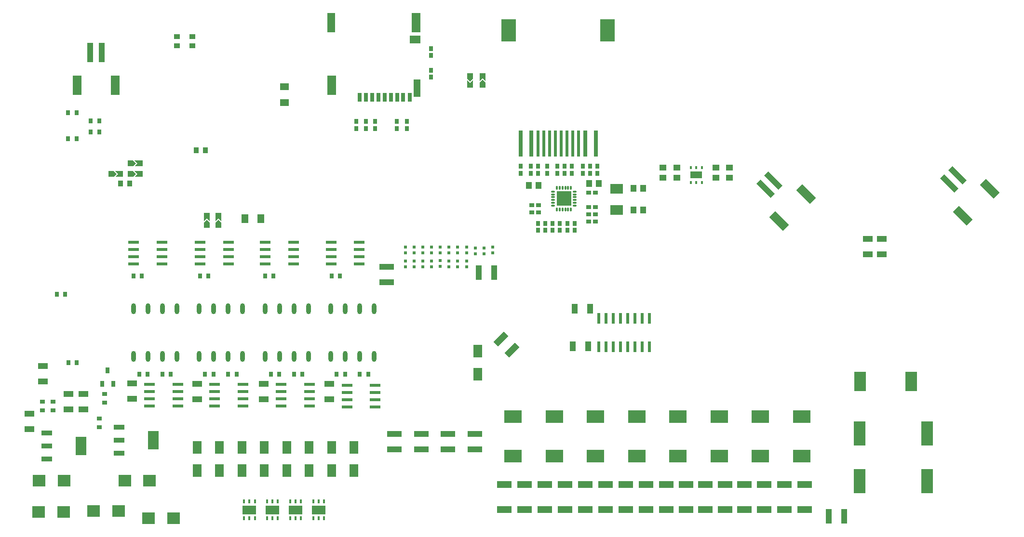
<source format=gbp>
G04*
G04 #@! TF.GenerationSoftware,Altium Limited,Altium Designer,19.1.5 (86)*
G04*
G04 Layer_Color=128*
%FSLAX25Y25*%
%MOIN*%
G70*
G01*
G75*
%ADD26R,0.03787X0.03000*%
%ADD27R,0.03000X0.03787*%
%ADD28R,0.04000X0.03200*%
%ADD30R,0.03200X0.04000*%
%ADD31R,0.04331X0.10236*%
%ADD41R,0.01968X0.02362*%
%ADD44R,0.03543X0.03937*%
%ADD61R,0.10236X0.04331*%
%ADD62R,0.12402X0.08858*%
%ADD63R,0.09449X0.06299*%
%ADD64R,0.01772X0.02953*%
%ADD66R,0.06693X0.04331*%
%ADD68R,0.04331X0.06693*%
%ADD70R,0.02756X0.03543*%
%ADD71R,0.04331X0.04724*%
%ADD72R,0.03937X0.03543*%
%ADD73R,0.03543X0.02756*%
%ADD74R,0.10236X0.04724*%
%ADD76R,0.02323X0.07756*%
%ADD77R,0.09055X0.08465*%
%ADD78O,0.03347X0.07480*%
%ADD184R,0.03937X0.13780*%
%ADD185R,0.05906X0.13386*%
G04:AMPARAMS|DCode=186|XSize=137.8mil|YSize=39.37mil|CornerRadius=0mil|HoleSize=0mil|Usage=FLASHONLY|Rotation=315.000|XOffset=0mil|YOffset=0mil|HoleType=Round|Shape=Rectangle|*
%AMROTATEDRECTD186*
4,1,4,-0.06264,0.03480,-0.03480,0.06264,0.06264,-0.03480,0.03480,-0.06264,-0.06264,0.03480,0.0*
%
%ADD186ROTATEDRECTD186*%

G04:AMPARAMS|DCode=187|XSize=133.86mil|YSize=59.06mil|CornerRadius=0mil|HoleSize=0mil|Usage=FLASHONLY|Rotation=315.000|XOffset=0mil|YOffset=0mil|HoleType=Round|Shape=Rectangle|*
%AMROTATEDRECTD187*
4,1,4,-0.06821,0.02645,-0.02645,0.06821,0.06821,-0.02645,0.02645,-0.06821,-0.06821,0.02645,0.0*
%
%ADD187ROTATEDRECTD187*%

%ADD188O,0.01102X0.02717*%
%ADD189R,0.02362X0.18110*%
%ADD190R,0.06102X0.08661*%
%ADD191R,0.07677X0.03543*%
%ADD192R,0.07677X0.12598*%
%ADD193R,0.07756X0.02244*%
%ADD194R,0.01772X0.01968*%
%ADD195R,0.07874X0.04724*%
%ADD196R,0.02756X0.03937*%
%ADD197R,0.05000X0.06000*%
%ADD198R,0.07677X0.05512*%
%ADD199R,0.05906X0.13780*%
%ADD200R,0.05512X0.13780*%
%ADD201R,0.06299X0.13780*%
%ADD202R,0.04724X0.12205*%
%ADD203R,0.03150X0.06299*%
%ADD204R,0.09843X0.15354*%
%ADD205R,0.03150X0.18110*%
%ADD206O,0.02717X0.01102*%
%ADD207R,0.09843X0.09843*%
%ADD208R,0.08661X0.07087*%
%ADD209R,0.08465X0.16929*%
%ADD210R,0.07874X0.13780*%
%ADD211R,0.04724X0.04331*%
%ADD212R,0.06000X0.05000*%
G04:AMPARAMS|DCode=213|XSize=102.36mil|YSize=43.31mil|CornerRadius=0mil|HoleSize=0mil|Usage=FLASHONLY|Rotation=225.000|XOffset=0mil|YOffset=0mil|HoleType=Round|Shape=Rectangle|*
%AMROTATEDRECTD213*
4,1,4,0.02088,0.05150,0.05150,0.02088,-0.02088,-0.05150,-0.05150,-0.02088,0.02088,0.05150,0.0*
%
%ADD213ROTATEDRECTD213*%

G36*
X84125Y300000D02*
Y298000D01*
X81125D01*
X83125Y300000D01*
X81125Y302000D01*
X84125D01*
Y300000D01*
D02*
G37*
G36*
X82125D02*
X80125Y298000D01*
X79125D01*
Y302000D01*
X80125D01*
X82125Y300000D01*
D02*
G37*
G36*
X84125Y292500D02*
Y290500D01*
X81125D01*
X83125Y292500D01*
X81125Y294500D01*
X84125D01*
Y292500D01*
D02*
G37*
G36*
X82125D02*
X80125Y290500D01*
X79125D01*
Y294500D01*
X80125D01*
X82125Y292500D01*
D02*
G37*
G36*
X70625D02*
Y290500D01*
X67625D01*
X69625Y292500D01*
X67625Y294500D01*
X70625D01*
Y292500D01*
D02*
G37*
G36*
X68625D02*
X66625Y290500D01*
X65625D01*
Y294500D01*
X66625D01*
X68625Y292500D01*
D02*
G37*
G36*
X133000Y260125D02*
X131000Y262125D01*
X129000Y260125D01*
Y263125D01*
X133000D01*
Y260125D01*
D02*
G37*
G36*
Y259125D02*
Y258125D01*
X129000D01*
Y259125D01*
X131000Y261125D01*
X133000Y259125D01*
D02*
G37*
G36*
X323867Y357025D02*
X321867Y359025D01*
X319867Y357025D01*
Y360025D01*
X323867D01*
Y357025D01*
D02*
G37*
G36*
X315200Y358775D02*
X313200Y356775D01*
X311200Y358775D01*
Y359775D01*
X315200D01*
Y358775D01*
D02*
G37*
G36*
Y354775D02*
X311200D01*
Y357775D01*
X313200Y355775D01*
X315200Y357775D01*
Y354775D01*
D02*
G37*
G36*
X323867Y356025D02*
Y355025D01*
X319867D01*
Y356025D01*
X321867Y358025D01*
X323867Y356025D01*
D02*
G37*
G36*
X382646Y276307D02*
X378709D01*
Y280244D01*
X382646D01*
Y276307D01*
D02*
G37*
G36*
X377134D02*
X373197D01*
Y280244D01*
X377134D01*
Y276307D01*
D02*
G37*
G36*
X382646Y270795D02*
X378709D01*
Y274732D01*
X382646D01*
Y270795D01*
D02*
G37*
G36*
X377134D02*
X373197D01*
Y274732D01*
X377134D01*
Y270795D01*
D02*
G37*
G36*
X141000Y260125D02*
X139000Y262125D01*
X137000Y260125D01*
Y263125D01*
X141000D01*
Y260125D01*
D02*
G37*
G36*
Y259125D02*
Y258125D01*
X137000D01*
Y259125D01*
X139000Y261125D01*
X141000Y259125D01*
D02*
G37*
D26*
X360362Y271000D02*
D03*
X355638D02*
D03*
X360362Y266000D02*
D03*
X355638D02*
D03*
X399862Y279500D02*
D03*
X395138D02*
D03*
X399862Y269500D02*
D03*
X395138D02*
D03*
X395138Y264500D02*
D03*
X399862D02*
D03*
X395138Y259500D02*
D03*
X399862D02*
D03*
D27*
X366500Y293138D02*
D03*
X373500D02*
D03*
X383500Y297862D02*
D03*
X391000D02*
D03*
X401000D02*
D03*
Y293138D02*
D03*
X286000Y379362D02*
D03*
Y374638D02*
D03*
Y359638D02*
D03*
Y364362D02*
D03*
X396000Y293138D02*
D03*
Y297862D02*
D03*
X391000Y293138D02*
D03*
X383500D02*
D03*
X378500D02*
D03*
Y297862D02*
D03*
X373500Y297862D02*
D03*
X366500D02*
D03*
X360000Y293138D02*
D03*
Y297862D02*
D03*
X355000Y293138D02*
D03*
Y297862D02*
D03*
X348000Y293138D02*
D03*
Y297862D02*
D03*
X385500Y258362D02*
D03*
Y253638D02*
D03*
X380500Y258362D02*
D03*
Y253638D02*
D03*
X375000Y253638D02*
D03*
Y258362D02*
D03*
X370000Y258362D02*
D03*
Y253638D02*
D03*
X365000Y258362D02*
D03*
Y253638D02*
D03*
X360000Y258362D02*
D03*
Y253638D02*
D03*
X234500Y324138D02*
D03*
Y328862D02*
D03*
X247500D02*
D03*
Y324138D02*
D03*
X269500Y328862D02*
D03*
Y324138D02*
D03*
X262500Y328862D02*
D03*
Y324138D02*
D03*
X241000Y328862D02*
D03*
Y324138D02*
D03*
D28*
X313200Y360775D02*
D03*
Y354025D02*
D03*
X321867D02*
D03*
Y360775D02*
D03*
X131000Y257125D02*
D03*
Y263875D02*
D03*
X139000Y257125D02*
D03*
Y263875D02*
D03*
D30*
X64625Y292500D02*
D03*
X71375D02*
D03*
X78125D02*
D03*
X84875D02*
D03*
X78125Y300000D02*
D03*
X84875D02*
D03*
D31*
X561185Y55500D02*
D03*
X571815D02*
D03*
X329565Y224417D02*
D03*
X318935D02*
D03*
D41*
X316750Y237449D02*
D03*
Y241386D02*
D03*
X322750Y237449D02*
D03*
Y241386D02*
D03*
X310750Y228480D02*
D03*
Y232417D02*
D03*
X304250Y228449D02*
D03*
Y232386D02*
D03*
X298250Y228480D02*
D03*
Y232417D02*
D03*
X292250Y228715D02*
D03*
Y232652D02*
D03*
X286250Y228449D02*
D03*
Y232386D02*
D03*
X280250D02*
D03*
Y228449D02*
D03*
X274250Y232417D02*
D03*
Y228480D02*
D03*
X268250Y232386D02*
D03*
Y228449D02*
D03*
X310750Y241886D02*
D03*
Y237949D02*
D03*
X304250Y241886D02*
D03*
Y237949D02*
D03*
X292250Y241886D02*
D03*
Y237949D02*
D03*
X286250Y241886D02*
D03*
Y237949D02*
D03*
X280250Y241886D02*
D03*
Y237949D02*
D03*
X274250Y241886D02*
D03*
Y237949D02*
D03*
X268250Y241886D02*
D03*
Y237949D02*
D03*
X298250Y241886D02*
D03*
Y237949D02*
D03*
X328750Y241886D02*
D03*
Y237949D02*
D03*
D44*
X123850Y309000D02*
D03*
X130150D02*
D03*
X71350Y286000D02*
D03*
X77650D02*
D03*
D61*
X255250Y228232D02*
D03*
Y217602D02*
D03*
X260750Y102102D02*
D03*
Y112732D02*
D03*
X279250Y102102D02*
D03*
Y112732D02*
D03*
X297750Y102102D02*
D03*
Y112732D02*
D03*
X316250Y102102D02*
D03*
Y112732D02*
D03*
D62*
X456750Y97335D02*
D03*
Y124500D02*
D03*
X485250D02*
D03*
Y97335D02*
D03*
X513750Y124500D02*
D03*
Y97335D02*
D03*
X542250Y124500D02*
D03*
Y97335D02*
D03*
X428250Y124500D02*
D03*
Y97335D02*
D03*
X399750Y124500D02*
D03*
Y97335D02*
D03*
X371250Y124500D02*
D03*
Y97335D02*
D03*
X342750Y124500D02*
D03*
Y97335D02*
D03*
D63*
X160490Y60071D02*
D03*
X176447D02*
D03*
X192403D02*
D03*
X208360D02*
D03*
D64*
X164230Y65976D02*
D03*
X160490D02*
D03*
X156750D02*
D03*
Y54165D02*
D03*
X160490D02*
D03*
X164230D02*
D03*
X180187Y65976D02*
D03*
X176447D02*
D03*
X172706D02*
D03*
Y54165D02*
D03*
X176447D02*
D03*
X180187D02*
D03*
X196143Y65976D02*
D03*
X192403D02*
D03*
X188663D02*
D03*
Y54165D02*
D03*
X192403D02*
D03*
X196143D02*
D03*
X212100Y65976D02*
D03*
X208360D02*
D03*
X204620D02*
D03*
Y54165D02*
D03*
X208360D02*
D03*
X212100D02*
D03*
D66*
X587990Y247732D02*
D03*
Y237102D02*
D03*
X8250Y116102D02*
D03*
Y126732D02*
D03*
X597750Y237102D02*
D03*
Y247732D02*
D03*
X124250Y147232D02*
D03*
Y136602D02*
D03*
X17750Y159732D02*
D03*
Y149102D02*
D03*
X45750Y140232D02*
D03*
Y129602D02*
D03*
X35250Y140232D02*
D03*
Y129602D02*
D03*
X215750Y136602D02*
D03*
Y147232D02*
D03*
X170250Y136602D02*
D03*
Y147232D02*
D03*
X79250Y137102D02*
D03*
Y147732D02*
D03*
D68*
X385485Y199400D02*
D03*
X396115D02*
D03*
X384085Y173200D02*
D03*
X394715D02*
D03*
D70*
X35047Y334900D02*
D03*
X40953D02*
D03*
X35047Y316900D02*
D03*
X40953D02*
D03*
X56653Y321800D02*
D03*
X50747D02*
D03*
X56653Y329300D02*
D03*
X50747D02*
D03*
X90203Y153917D02*
D03*
X84297D02*
D03*
X35297Y161965D02*
D03*
X41203D02*
D03*
X33203Y209417D02*
D03*
X27297D02*
D03*
X86203Y221917D02*
D03*
X80297D02*
D03*
X132203D02*
D03*
X126297D02*
D03*
X177203D02*
D03*
X171297D02*
D03*
X223203D02*
D03*
X217297D02*
D03*
X226703Y153917D02*
D03*
X220797D02*
D03*
X236797Y153917D02*
D03*
X242703D02*
D03*
X191297D02*
D03*
X197203D02*
D03*
X181203Y153917D02*
D03*
X175297D02*
D03*
X135703D02*
D03*
X129797D02*
D03*
X145797Y153917D02*
D03*
X151703D02*
D03*
X106203D02*
D03*
X100297D02*
D03*
D71*
X353654Y284500D02*
D03*
X360347D02*
D03*
X395447Y286000D02*
D03*
X402140D02*
D03*
X432846Y267500D02*
D03*
X426154D02*
D03*
Y282500D02*
D03*
X432846D02*
D03*
D72*
X121000Y387650D02*
D03*
Y381350D02*
D03*
X110500D02*
D03*
Y387650D02*
D03*
D73*
X24750Y128965D02*
D03*
Y134870D02*
D03*
X56750Y117465D02*
D03*
Y123370D02*
D03*
X60250Y140370D02*
D03*
Y134465D02*
D03*
X17250Y128965D02*
D03*
Y134870D02*
D03*
D74*
X544250Y60256D02*
D03*
Y77579D02*
D03*
X530250D02*
D03*
Y60256D02*
D03*
X516250Y77579D02*
D03*
Y60256D02*
D03*
X502750Y77579D02*
D03*
Y60256D02*
D03*
X489250Y77579D02*
D03*
Y60256D02*
D03*
X475750Y77579D02*
D03*
Y60256D02*
D03*
X448750Y77579D02*
D03*
Y60256D02*
D03*
X462250Y77579D02*
D03*
Y60256D02*
D03*
X434750Y77579D02*
D03*
Y60256D02*
D03*
X420750Y77579D02*
D03*
Y60256D02*
D03*
X406750Y77579D02*
D03*
Y60256D02*
D03*
X392750Y77579D02*
D03*
Y60256D02*
D03*
X364750Y77579D02*
D03*
Y60256D02*
D03*
X378750Y77579D02*
D03*
Y60256D02*
D03*
X350750Y77579D02*
D03*
Y60256D02*
D03*
X336750Y77579D02*
D03*
Y60256D02*
D03*
D76*
X401900Y173156D02*
D03*
X406900D02*
D03*
X411900D02*
D03*
X416900D02*
D03*
X421900D02*
D03*
X426900D02*
D03*
X431900D02*
D03*
X436900D02*
D03*
Y192644D02*
D03*
X431900D02*
D03*
X426900D02*
D03*
X421900D02*
D03*
X416900D02*
D03*
X411900D02*
D03*
X406900D02*
D03*
X401900D02*
D03*
D77*
X91215Y80417D02*
D03*
X74285D02*
D03*
X90589Y54417D02*
D03*
X107911D02*
D03*
X52589Y59417D02*
D03*
X69911D02*
D03*
X32161Y58500D02*
D03*
X14839D02*
D03*
X15089Y80417D02*
D03*
X32411D02*
D03*
D78*
X246750Y166382D02*
D03*
X236750D02*
D03*
X226750D02*
D03*
X216750D02*
D03*
X246750Y199453D02*
D03*
X236750D02*
D03*
X226750D02*
D03*
X216750D02*
D03*
X155750Y166382D02*
D03*
X145750D02*
D03*
X135750D02*
D03*
X125750D02*
D03*
X155750Y199453D02*
D03*
X145750D02*
D03*
X135750D02*
D03*
X125750D02*
D03*
X110250Y166398D02*
D03*
X100250D02*
D03*
X90250D02*
D03*
X80250D02*
D03*
X110250Y199469D02*
D03*
X100250D02*
D03*
X90250D02*
D03*
X80250D02*
D03*
X201250Y166382D02*
D03*
X191250D02*
D03*
X181250D02*
D03*
X171250D02*
D03*
X201250Y199453D02*
D03*
X191250D02*
D03*
X181250D02*
D03*
X171250D02*
D03*
D184*
X58337Y376695D02*
D03*
X50463D02*
D03*
D185*
X67589Y354058D02*
D03*
X41211D02*
D03*
D186*
X649936Y291632D02*
D03*
X644369Y286064D02*
D03*
X522836Y288032D02*
D03*
X517269Y282464D02*
D03*
D187*
X672486Y282166D02*
D03*
X653834Y263514D02*
D03*
X545386Y278566D02*
D03*
X526734Y259914D02*
D03*
D188*
X374969Y283000D02*
D03*
X376937D02*
D03*
X382842Y268039D02*
D03*
X380874D02*
D03*
X378906D02*
D03*
X376937D02*
D03*
X374969D02*
D03*
X373000D02*
D03*
Y283000D02*
D03*
X378906D02*
D03*
X382842D02*
D03*
X380874D02*
D03*
D189*
X384000Y313600D02*
D03*
X388000D02*
D03*
X360000D02*
D03*
X364000D02*
D03*
X368000D02*
D03*
X372000D02*
D03*
X376000D02*
D03*
X380000D02*
D03*
D190*
X318250Y169988D02*
D03*
Y153847D02*
D03*
X232750Y87347D02*
D03*
Y103488D02*
D03*
X124250D02*
D03*
Y87347D02*
D03*
X139750Y103488D02*
D03*
Y87347D02*
D03*
X155250Y103488D02*
D03*
Y87347D02*
D03*
X170750Y103488D02*
D03*
Y87347D02*
D03*
X186250Y103488D02*
D03*
Y87347D02*
D03*
X201750Y103488D02*
D03*
Y87347D02*
D03*
X217250Y103488D02*
D03*
Y87347D02*
D03*
D191*
X70439Y99362D02*
D03*
Y108417D02*
D03*
Y117472D02*
D03*
X20439Y113472D02*
D03*
Y104417D02*
D03*
Y95362D02*
D03*
D192*
X94061Y108417D02*
D03*
X44061Y104417D02*
D03*
D193*
X236494Y245417D02*
D03*
Y240417D02*
D03*
Y235417D02*
D03*
Y230417D02*
D03*
X217006D02*
D03*
Y235417D02*
D03*
Y240417D02*
D03*
Y245417D02*
D03*
X171506D02*
D03*
Y240417D02*
D03*
Y235417D02*
D03*
Y230417D02*
D03*
X190994D02*
D03*
Y235417D02*
D03*
Y240417D02*
D03*
Y245417D02*
D03*
X126506D02*
D03*
Y240417D02*
D03*
Y235417D02*
D03*
Y230417D02*
D03*
X145994D02*
D03*
Y235417D02*
D03*
Y240417D02*
D03*
Y245417D02*
D03*
X80506D02*
D03*
Y240417D02*
D03*
Y235417D02*
D03*
Y230417D02*
D03*
X99994D02*
D03*
Y235417D02*
D03*
Y240417D02*
D03*
Y245417D02*
D03*
X247494Y131417D02*
D03*
Y136417D02*
D03*
Y141417D02*
D03*
Y146417D02*
D03*
X228006D02*
D03*
Y141417D02*
D03*
Y136417D02*
D03*
Y131417D02*
D03*
X201994Y131917D02*
D03*
Y136917D02*
D03*
Y141917D02*
D03*
Y146917D02*
D03*
X182506D02*
D03*
Y141917D02*
D03*
Y136917D02*
D03*
Y131917D02*
D03*
X155994D02*
D03*
Y136917D02*
D03*
Y141917D02*
D03*
Y146917D02*
D03*
X136506D02*
D03*
Y141917D02*
D03*
Y136917D02*
D03*
Y131917D02*
D03*
X110994D02*
D03*
Y136917D02*
D03*
Y141917D02*
D03*
Y146917D02*
D03*
X91506D02*
D03*
Y141917D02*
D03*
Y136917D02*
D03*
Y131917D02*
D03*
D194*
X473240Y297000D02*
D03*
X469500Y286764D02*
D03*
X473240D02*
D03*
X465760D02*
D03*
X469500Y297000D02*
D03*
X465760D02*
D03*
D195*
X469500Y291882D02*
D03*
D196*
X66240Y147276D02*
D03*
X58760D02*
D03*
X62500Y156724D02*
D03*
D197*
X168500Y261500D02*
D03*
X157500D02*
D03*
D198*
X274945Y385740D02*
D03*
D199*
X275831Y397354D02*
D03*
D200*
X216972D02*
D03*
D201*
X217366Y354047D02*
D03*
D202*
X276421Y352079D02*
D03*
D203*
X271402Y345583D02*
D03*
X266874D02*
D03*
X262543D02*
D03*
X258213D02*
D03*
X253882D02*
D03*
X249551D02*
D03*
X245220D02*
D03*
X240890D02*
D03*
X236559D02*
D03*
D204*
X339800Y392000D02*
D03*
X408200D02*
D03*
D205*
X348100Y313600D02*
D03*
X355300D02*
D03*
X392700D02*
D03*
X399900D02*
D03*
D206*
X385402Y280441D02*
D03*
Y278472D02*
D03*
Y276504D02*
D03*
Y274535D02*
D03*
Y272567D02*
D03*
Y270598D02*
D03*
X370441D02*
D03*
Y272567D02*
D03*
Y274535D02*
D03*
Y276504D02*
D03*
Y278472D02*
D03*
Y280441D02*
D03*
D207*
X377921Y275520D02*
D03*
D208*
X414500Y267520D02*
D03*
Y282480D02*
D03*
D209*
X582300Y112935D02*
D03*
Y79865D02*
D03*
X628900Y112935D02*
D03*
Y79865D02*
D03*
D210*
X582567Y149000D02*
D03*
X618000D02*
D03*
D211*
X446500Y290154D02*
D03*
Y296847D02*
D03*
X483000Y290154D02*
D03*
Y296847D02*
D03*
X456000D02*
D03*
Y290154D02*
D03*
X492500Y296847D02*
D03*
Y290154D02*
D03*
D212*
X184700Y342000D02*
D03*
Y353000D02*
D03*
D213*
X342008Y170659D02*
D03*
X334492Y178176D02*
D03*
M02*

</source>
